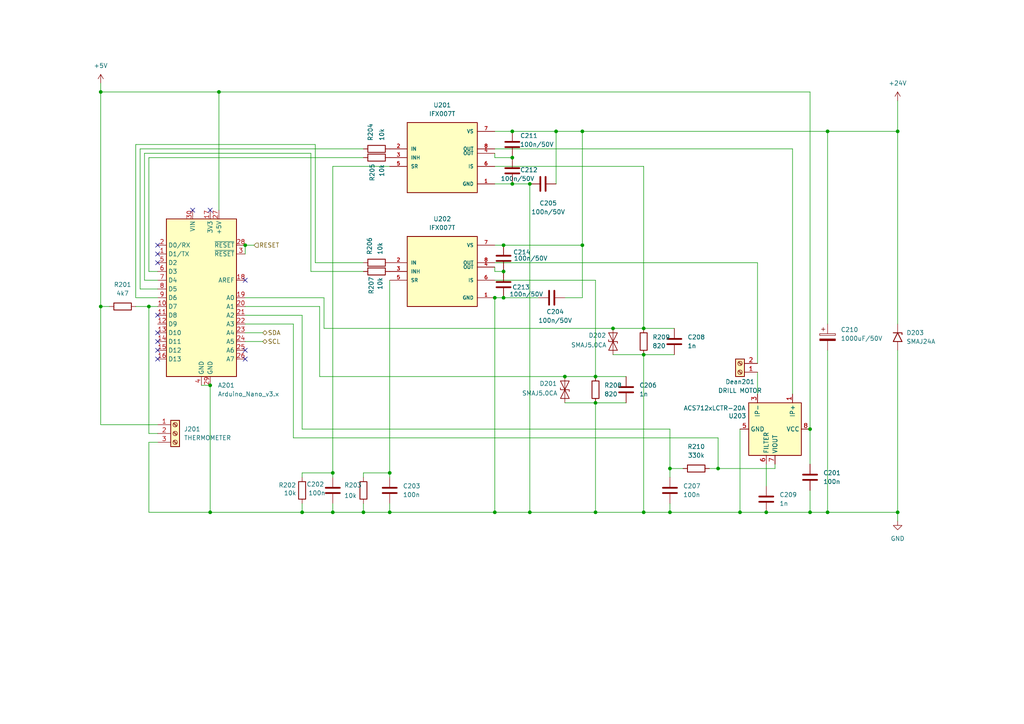
<source format=kicad_sch>
(kicad_sch (version 20250114) (generator "eeschema") (generator_version "9.0")
  (paper "A4")
  (lib_symbols
    (symbol "Connector:Screw_Terminal_01x02" (pin_names (offset 1.016) (hide yes))
      (property "Reference" "J" (at 0 2.54 0))
      (property "Value" "Screw_Terminal_01x02" (at 0 -5.08 0))
      (symbol "Screw_Terminal_01x02_1_1"
        (rectangle (start -1.27 1.27) (end 1.27 -3.81) (stroke (width 0.254)) (fill (type background)))
        (polyline (pts (xy -0.5334 0.3302) (xy 0.3302 -0.508)) (stroke (width 0.1524)))
        (polyline (pts (xy -0.5334 -2.2098) (xy 0.3302 -3.048)) (stroke (width 0.1524)))
        (polyline (pts (xy -0.3556 0.508) (xy 0.508 -0.3302)) (stroke (width 0.1524)))
        (polyline (pts (xy -0.3556 -2.032) (xy 0.508 -2.8702)) (stroke (width 0.1524)))
        (circle (center 0 0) (radius 0.635) (stroke (width 0.1524)))
        (circle (center 0 -2.54) (radius 0.635) (stroke (width 0.1524)))
        (pin passive line (at -5.08 0 0) (length 3.81) (name "Pin_1") (number "1"))
        (pin passive line (at -5.08 -2.54 0) (length 3.81) (name "Pin_2") (number "2"))
      )
    )
    (symbol "Connector:Screw_Terminal_01x03" (pin_names (offset 1.016) (hide yes))
      (property "Reference" "J" (at 0 5.08 0))
      (property "Value" "Screw_Terminal_01x03" (at 0 -5.08 0))
      (symbol "Screw_Terminal_01x03_1_1"
        (rectangle (start -1.27 3.81) (end 1.27 -3.81) (stroke (width 0.254)) (fill (type background)))
        (polyline (pts (xy -0.5334 2.8702) (xy 0.3302 2.032)) (stroke (width 0.1524)))
        (polyline (pts (xy -0.5334 0.3302) (xy 0.3302 -0.508)) (stroke (width 0.1524)))
        (polyline (pts (xy -0.5334 -2.2098) (xy 0.3302 -3.048)) (stroke (width 0.1524)))
        (polyline (pts (xy -0.3556 3.048) (xy 0.508 2.2098)) (stroke (width 0.1524)))
        (polyline (pts (xy -0.3556 0.508) (xy 0.508 -0.3302)) (stroke (width 0.1524)))
        (polyline (pts (xy -0.3556 -2.032) (xy 0.508 -2.8702)) (stroke (width 0.1524)))
        (circle (center 0 2.54) (radius 0.635) (stroke (width 0.1524)))
        (circle (center 0 0) (radius 0.635) (stroke (width 0.1524)))
        (circle (center 0 -2.54) (radius 0.635) (stroke (width 0.1524)))
        (pin passive line (at -5.08 2.54 0) (length 3.81) (name "Pin_1") (number "1"))
        (pin passive line (at -5.08 0 0) (length 3.81) (name "Pin_2") (number "2"))
        (pin passive line (at -5.08 -2.54 0) (length 3.81) (name "Pin_3") (number "3"))
      )
    )
    (symbol "Device:C" (pin_numbers (hide yes)) (pin_names (offset 0.254))
      (property "Reference" "C" (at 0.635 2.54 0))
      (property "Value" "C" (at 0.635 -2.54 0))
      (symbol "C_0_1"
        (polyline (pts (xy -2.032 0.762) (xy 2.032 0.762)) (stroke (width 0.508)))
        (polyline (pts (xy -2.032 -0.762) (xy 2.032 -0.762)) (stroke (width 0.508)))
      )
      (symbol "C_1_1"
        (pin passive line (at 0 3.81 270) (length 2.794) (name "~") (number "1"))
        (pin passive line (at 0 -3.81 90) (length 2.794) (name "~") (number "2"))
      )
    )
    (symbol "Device:C_Polarized" (pin_numbers (hide yes)) (pin_names (offset 0.254))
      (property "Reference" "C" (at 0.635 2.54 0))
      (property "Value" "C_Polarized" (at 0.635 -2.54 0))
      (symbol "C_Polarized_0_1"
        (rectangle (start -2.286 0.508) (end 2.286 1.016))
        (polyline (pts (xy -1.778 2.286) (xy -0.762 2.286)))
        (polyline (pts (xy -1.27 2.794) (xy -1.27 1.778)))
        (rectangle (start 2.286 -0.508) (end -2.286 -1.016) (fill (type outline)))
      )
      (symbol "C_Polarized_1_1"
        (pin passive line (at 0 3.81 270) (length 2.794) (name "~") (number "1"))
        (pin passive line (at 0 -3.81 90) (length 2.794) (name "~") (number "2"))
      )
    )
    (symbol "Device:R" (pin_numbers (hide yes)) (pin_names (offset 0))
      (property "Reference" "R" (at 2.032 0 90))
      (property "Value" "R" (at 0 0 90))
      (symbol "R_0_1"
        (rectangle (start -1.016 -2.54) (end 1.016 2.54) (stroke (width 0.254)))
      )
      (symbol "R_1_1"
        (pin passive line (at 0 3.81 270) (length 1.27) (name "~") (number "1"))
        (pin passive line (at 0 -3.81 90) (length 1.27) (name "~") (number "2"))
      )
    )
    (symbol "Diode:SMAJ24A" (pin_numbers (hide yes)) (pin_names (offset 1.016) (hide yes))
      (property "Reference" "D" (at 0 2.54 0))
      (property "Value" "SMAJ24A" (at 0 -2.54 0))
      (symbol "SMAJ24A_0_1"
        (polyline (pts (xy -0.762 1.27) (xy -1.27 1.27) (xy -1.27 -1.27)) (stroke (width 0.254)))
        (polyline (pts (xy 1.27 1.27) (xy 1.27 -1.27) (xy -1.27 0) (xy 1.27 1.27)) (stroke (width 0.254)))
      )
      (symbol "SMAJ24A_1_1"
        (pin passive line (at -3.81 0 0) (length 2.54) (name "A1") (number "1"))
        (pin passive line (at 3.81 0 180) (length 2.54) (name "A2") (number "2"))
      )
    )
    (symbol "Diode:SMAJ5.0CA" (pin_numbers (hide yes)) (pin_names (offset 1.016) (hide yes))
      (property "Reference" "D" (at 0 2.54 0))
      (property "Value" "SMAJ5.0CA" (at 0 -2.54 0))
      (symbol "SMAJ5.0CA_0_1"
        (polyline (pts (xy -2.54 -1.27) (xy 0 0) (xy -2.54 1.27) (xy -2.54 -1.27)) (stroke (width 0.2032)))
        (polyline (pts (xy 0.508 1.27) (xy 0 1.27) (xy 0 -1.27) (xy -0.508 -1.27)) (stroke (width 0.2032)))
        (polyline (pts (xy 1.27 0) (xy -1.27 0)))
        (polyline (pts (xy 2.54 1.27) (xy 2.54 -1.27) (xy 0 0) (xy 2.54 1.27)) (stroke (width 0.2032)))
      )
      (symbol "SMAJ5.0CA_1_1"
        (pin passive line (at -3.81 0 0) (length 2.54) (name "A1") (number "1"))
        (pin passive line (at 3.81 0 180) (length 2.54) (name "A2") (number "2"))
      )
    )
    (symbol "Sensor_Current:ACS712xLCTR-20A"
      (property "Reference" "U" (at 2.54 11.43 0))
      (property "Value" "ACS712xLCTR-20A" (at 2.54 8.89 0))
      (symbol "ACS712xLCTR-20A_0_1"
        (rectangle (start -7.62 7.62) (end 7.62 -7.62) (stroke (width 0.254)) (fill (type background)))
      )
      (symbol "ACS712xLCTR-20A_1_1"
        (pin passive line (at -10.16 5.08 0) (length 2.54) (name "IP+") (number "1"))
        (pin passive line (at -10.16 5.08 0) (length 2.54) (hide yes) (name "IP+") (number "2"))
        (pin passive line (at -10.16 -5.08 0) (length 2.54) (name "IP-") (number "3"))
        (pin passive line (at -10.16 -5.08 0) (length 2.54) (hide yes) (name "IP-") (number "4"))
        (pin power_in line (at 0 10.16 270) (length 2.54) (name "VCC") (number "8"))
        (pin power_in line (at 0 -10.16 90) (length 2.54) (name "GND") (number "5"))
        (pin output line (at 10.16 0 180) (length 2.54) (name "VIOUT") (number "7"))
        (pin passive line (at 10.16 -2.54 180) (length 2.54) (name "FILTER") (number "6"))
      )
    )
    (symbol "drill_IFX007T:IFX007T_uprava" (pin_names (offset 1.016))
      (property "Reference" "U" (at -10.16 10.922 0))
      (property "Value" "IFX007T_uprava" (at -10.16 -12.7 0))
      (symbol "IFX007T_uprava_0_0"
        (rectangle (start -10.16 -10.16) (end 10.16 10.16) (stroke (width 0.254)) (fill (type background)))
        (pin input line (at -15.24 2.54 0) (length 5.08) (name "IN") (number "2"))
        (pin input line (at -15.24 0 0) (length 5.08) (name "INH") (number "3"))
        (pin input line (at -15.24 -2.54 0) (length 5.08) (name "SR") (number "5"))
        (pin power_in line (at 15.24 7.62 180) (length 5.08) (name "VS") (number "7"))
        (pin output line (at 15.24 2.54 180) (length 5.08) (name "OUT") (number "8"))
        (pin output line (at 15.24 1.27 180) (length 5.08) (name "OUT") (number "4"))
        (pin output line (at 15.24 -2.54 180) (length 5.08) (name "IS") (number "6"))
        (pin power_in line (at 15.24 -7.62 180) (length 5.08) (name "GND") (number "1"))
      )
    )
    (symbol "drill_arduinoNanoEdit:arduinoNanoEdit"
      (property "Reference" "A1" (at 4.7341 -25.4 0))
      (property "Value" "arduinoNanoEdit" (at 4.7341 -27.94 0))
      (symbol "arduinoNanoEdit_0_1"
        (rectangle (start -10.16 22.86) (end 10.16 -22.86) (stroke (width 0.254)) (fill (type background)))
      )
      (symbol "arduinoNanoEdit_1_1"
        (pin bidirectional line (at -12.7 15.24 0) (length 2.54) (name "D0/RX") (number "2"))
        (pin bidirectional line (at -12.7 12.7 0) (length 2.54) (name "D1/TX") (number "1"))
        (pin bidirectional line (at -12.7 10.16 0) (length 2.54) (name "D2") (number "5"))
        (pin bidirectional line (at -12.7 7.62 0) (length 2.54) (name "D3") (number "6"))
        (pin bidirectional line (at -12.7 5.08 0) (length 2.54) (name "D4") (number "7"))
        (pin bidirectional line (at -12.7 2.54 0) (length 2.54) (name "D5") (number "8"))
        (pin bidirectional line (at -12.7 0 0) (length 2.54) (name "D6") (number "9"))
        (pin bidirectional line (at -12.7 -2.54 0) (length 2.54) (name "D7") (number "10"))
        (pin bidirectional line (at -12.7 -5.08 0) (length 2.54) (name "D8") (number "11"))
        (pin bidirectional line (at -12.7 -7.62 0) (length 2.54) (name "D9") (number "12"))
        (pin bidirectional line (at -12.7 -10.16 0) (length 2.54) (name "D10") (number "13"))
        (pin bidirectional line (at -12.7 -12.7 0) (length 2.54) (name "D11") (number "14"))
        (pin bidirectional line (at -12.7 -15.24 0) (length 2.54) (name "D12") (number "15"))
        (pin bidirectional line (at -12.7 -17.78 0) (length 2.54) (name "D13") (number "16"))
        (pin power_in line (at -2.54 25.4 270) (length 2.54) (name "VIN") (number "30"))
        (pin power_in line (at 0 -25.4 90) (length 2.54) (name "GND") (number "4"))
        (pin power_out line (at 2.54 25.4 270) (length 2.54) (name "3V3") (number "17"))
        (pin power_in line (at 2.54 -25.4 90) (length 2.54) (name "GND") (number "29"))
        (pin power_in line (at 5.08 25.4 270) (length 2.54) (name "+5V") (number "27"))
        (pin input line (at 12.7 15.24 180) (length 2.54) (name "~{RESET}") (number "28"))
        (pin input line (at 12.7 12.7 180) (length 2.54) (name "~{RESET}") (number "3"))
        (pin input line (at 12.7 5.08 180) (length 2.54) (name "AREF") (number "18"))
        (pin bidirectional line (at 12.7 0 180) (length 2.54) (name "A0") (number "19"))
        (pin bidirectional line (at 12.7 -2.54 180) (length 2.54) (name "A1") (number "20"))
        (pin bidirectional line (at 12.7 -5.08 180) (length 2.54) (name "A2") (number "21"))
        (pin bidirectional line (at 12.7 -7.62 180) (length 2.54) (name "A3") (number "22"))
        (pin bidirectional line (at 12.7 -10.16 180) (length 2.54) (name "A4") (number "23"))
        (pin bidirectional line (at 12.7 -12.7 180) (length 2.54) (name "A5") (number "24"))
        (pin bidirectional line (at 12.7 -15.24 180) (length 2.54) (name "A6") (number "25"))
        (pin bidirectional line (at 12.7 -17.78 180) (length 2.54) (name "A7") (number "26"))
      )
    )
    (symbol "power:+24V" (power) (pin_numbers (hide yes)) (pin_names (offset 0) (hide yes))
      (property "Value" "+24V" (at 0 3.556 0))
      (symbol "+24V_0_1"
        (polyline (pts (xy -0.762 1.27) (xy 0 2.54)))
        (polyline (pts (xy 0 2.54) (xy 0.762 1.27)))
        (polyline (pts (xy 0 0) (xy 0 2.54)))
      )
      (symbol "+24V_1_1"
        (pin power_in line (at 0 0 90) (length 0) (name "~") (number "1"))
      )
    )
    (symbol "power:+5V" (power) (pin_numbers (hide yes)) (pin_names (offset 0) (hide yes))
      (property "Value" "+5V" (at 0 3.556 0))
      (symbol "+5V_0_1"
        (polyline (pts (xy -0.762 1.27) (xy 0 2.54)))
        (polyline (pts (xy 0 2.54) (xy 0.762 1.27)))
        (polyline (pts (xy 0 0) (xy 0 2.54)))
      )
      (symbol "+5V_1_1"
        (pin power_in line (at 0 0 90) (length 0) (name "~") (number "1"))
      )
    )
    (symbol "power:GND" (power) (pin_numbers (hide yes)) (pin_names (offset 0) (hide yes))
      (property "Value" "GND" (at 0 -3.81 0))
      (symbol "GND_0_1"
        (polyline (pts (xy 0 0) (xy 0 -1.27) (xy 1.27 -1.27) (xy 0 -2.54) (xy -1.27 -1.27) (xy 0 -1.27)))
      )
      (symbol "GND_1_1"
        (pin power_in line (at 0 0 270) (length 0) (name "~") (number "1"))
      )
    )
  )
  (junction (at 194.31 148.59))
  (junction (at 146.05 71.12))
  (junction (at 214.63 148.59))
  (junction (at 113.03 137.16))
  (junction (at 172.72 148.59))
  (junction (at 148.59 45.72))
  (junction (at 172.72 116.84))
  (junction (at 105.41 148.59))
  (junction (at 234.95 124.46))
  (junction (at 260.35 38.1))
  (junction (at 148.59 38.1))
  (junction (at 60.96 148.59))
  (junction (at 96.52 148.59))
  (junction (at 29.21 26.67))
  (junction (at 177.8 95.25))
  (junction (at 113.03 148.59))
  (junction (at 143.51 148.59))
  (junction (at 161.29 38.1))
  (junction (at 194.31 135.89))
  (junction (at 172.72 109.22))
  (junction (at 222.25 148.59))
  (junction (at 87.63 148.59))
  (junction (at 168.91 71.12))
  (junction (at 96.52 137.16))
  (junction (at 234.95 148.59))
  (junction (at 186.69 148.59))
  (junction (at 143.51 86.36))
  (junction (at 208.28 135.89))
  (junction (at 43.18 88.9))
  (junction (at 240.03 148.59))
  (junction (at 71.12 71.12))
  (junction (at 63.5 26.67))
  (junction (at 186.69 102.87))
  (junction (at 240.03 38.1))
  (junction (at 153.67 53.34))
  (junction (at 186.69 95.25))
  (junction (at 29.21 88.9))
  (junction (at 260.35 148.59))
  (junction (at 60.96 111.76))
  (junction (at 146.05 86.36))
  (junction (at 153.67 148.59))
  (junction (at 148.59 53.34))
  (junction (at 163.83 109.22))
  (junction (at 146.05 78.74))
  (junction (at 168.91 38.1))
  (no_connect (at 45.72 73.66))
  (no_connect (at 45.72 71.12))
  (no_connect (at 71.12 101.6))
  (no_connect (at 45.72 99.06))
  (no_connect (at 45.72 91.44))
  (no_connect (at 45.72 96.52))
  (no_connect (at 71.12 104.14))
  (no_connect (at 60.96 60.96))
  (no_connect (at 45.72 76.2))
  (no_connect (at 55.88 60.96))
  (no_connect (at 71.12 81.28))
  (no_connect (at 45.72 104.14))
  (no_connect (at 45.72 101.6))
  (wire (pts (xy 208.28 127) (xy 208.28 135.89)))
  (wire (pts (xy 105.41 146.05) (xy 105.41 148.59)))
  (wire (pts (xy 39.37 41.91) (xy 91.44 41.91)))
  (wire (pts (xy 45.72 81.28) (xy 41.91 81.28)))
  (wire (pts (xy 194.31 148.59) (xy 214.63 148.59)))
  (wire (pts (xy 177.8 95.25) (xy 186.69 95.25)))
  (wire (pts (xy 43.18 148.59) (xy 60.96 148.59)))
  (wire (pts (xy 143.51 45.72) (xy 148.59 45.72)))
  (wire (pts (xy 63.5 26.67) (xy 29.21 26.67)))
  (wire (pts (xy 43.18 128.27) (xy 45.72 128.27)))
  (wire (pts (xy 85.09 127) (xy 208.28 127)))
  (wire (pts (xy 71.12 96.52) (xy 76.2 96.52)))
  (wire (pts (xy 105.41 137.16) (xy 105.41 138.43)))
  (wire (pts (xy 58.42 111.76) (xy 60.96 111.76)))
  (wire (pts (xy 29.21 123.19) (xy 45.72 123.19)))
  (wire (pts (xy 113.03 146.05) (xy 113.03 148.59)))
  (wire (pts (xy 186.69 48.26) (xy 186.69 95.25)))
  (wire (pts (xy 177.8 102.87) (xy 186.69 102.87)))
  (wire (pts (xy 87.63 148.59) (xy 96.52 148.59)))
  (wire (pts (xy 260.35 101.6) (xy 260.35 148.59)))
  (wire (pts (xy 240.03 38.1) (xy 240.03 93.98)))
  (wire (pts (xy 143.51 86.36) (xy 143.51 148.59)))
  (wire (pts (xy 260.35 148.59) (xy 240.03 148.59)))
  (wire (pts (xy 92.71 109.22) (xy 163.83 109.22)))
  (wire (pts (xy 168.91 86.36) (xy 163.83 86.36)))
  (wire (pts (xy 143.51 78.74) (xy 146.05 78.74)))
  (wire (pts (xy 85.09 93.98) (xy 85.09 127)))
  (wire (pts (xy 105.41 148.59) (xy 113.03 148.59)))
  (wire (pts (xy 194.31 135.89) (xy 198.12 135.89)))
  (wire (pts (xy 205.74 135.89) (xy 208.28 135.89)))
  (wire (pts (xy 153.67 148.59) (xy 172.72 148.59)))
  (wire (pts (xy 29.21 88.9) (xy 29.21 123.19)))
  (wire (pts (xy 60.96 111.76) (xy 60.96 148.59)))
  (wire (pts (xy 146.05 71.12) (xy 168.91 71.12)))
  (wire (pts (xy 143.51 43.18) (xy 229.87 43.18)))
  (wire (pts (xy 143.51 77.47) (xy 143.51 78.74)))
  (wire (pts (xy 194.31 138.43) (xy 194.31 135.89)))
  (wire (pts (xy 186.69 102.87) (xy 186.69 148.59)))
  (wire (pts (xy 143.51 81.28) (xy 172.72 81.28)))
  (wire (pts (xy 240.03 101.6) (xy 240.03 148.59)))
  (wire (pts (xy 93.98 95.25) (xy 177.8 95.25)))
  (wire (pts (xy 163.83 109.22) (xy 172.72 109.22)))
  (wire (pts (xy 153.67 53.34) (xy 153.67 148.59)))
  (wire (pts (xy 96.52 148.59) (xy 105.41 148.59)))
  (wire (pts (xy 39.37 86.36) (xy 39.37 41.91)))
  (wire (pts (xy 148.59 38.1) (xy 161.29 38.1)))
  (wire (pts (xy 29.21 24.13) (xy 29.21 26.67)))
  (wire (pts (xy 186.69 95.25) (xy 195.58 95.25)))
  (wire (pts (xy 87.63 124.46) (xy 194.31 124.46)))
  (wire (pts (xy 113.03 137.16) (xy 113.03 138.43)))
  (wire (pts (xy 92.71 88.9) (xy 71.12 88.9)))
  (wire (pts (xy 186.69 102.87) (xy 195.58 102.87)))
  (wire (pts (xy 45.72 88.9) (xy 43.18 88.9)))
  (wire (pts (xy 71.12 99.06) (xy 76.2 99.06)))
  (wire (pts (xy 60.96 148.59) (xy 87.63 148.59)))
  (wire (pts (xy 96.52 146.05) (xy 96.52 148.59)))
  (wire (pts (xy 143.51 44.45) (xy 143.51 45.72)))
  (wire (pts (xy 63.5 26.67) (xy 234.95 26.67)))
  (wire (pts (xy 87.63 91.44) (xy 87.63 124.46)))
  (wire (pts (xy 172.72 109.22) (xy 172.72 81.28)))
  (wire (pts (xy 229.87 43.18) (xy 229.87 114.3)))
  (wire (pts (xy 219.71 107.95) (xy 219.71 114.3)))
  (wire (pts (xy 45.72 86.36) (xy 39.37 86.36)))
  (wire (pts (xy 71.12 71.12) (xy 71.12 73.66)))
  (wire (pts (xy 91.44 76.2) (xy 105.41 76.2)))
  (wire (pts (xy 156.21 86.36) (xy 146.05 86.36)))
  (wire (pts (xy 143.51 148.59) (xy 153.67 148.59)))
  (wire (pts (xy 45.72 83.82) (xy 40.64 83.82)))
  (wire (pts (xy 222.25 148.59) (xy 234.95 148.59)))
  (wire (pts (xy 71.12 86.36) (xy 93.98 86.36)))
  (wire (pts (xy 90.17 44.45) (xy 90.17 78.74)))
  (wire (pts (xy 172.72 109.22) (xy 181.61 109.22)))
  (wire (pts (xy 143.51 53.34) (xy 148.59 53.34)))
  (wire (pts (xy 96.52 48.26) (xy 96.52 137.16)))
  (wire (pts (xy 92.71 109.22) (xy 92.71 88.9)))
  (wire (pts (xy 63.5 26.67) (xy 63.5 60.96)))
  (wire (pts (xy 214.63 148.59) (xy 222.25 148.59)))
  (wire (pts (xy 172.72 116.84) (xy 181.61 116.84)))
  (wire (pts (xy 172.72 148.59) (xy 186.69 148.59)))
  (wire (pts (xy 71.12 91.44) (xy 87.63 91.44)))
  (wire (pts (xy 40.64 83.82) (xy 40.64 43.18)))
  (wire (pts (xy 41.91 81.28) (xy 41.91 44.45)))
  (wire (pts (xy 71.12 71.12) (xy 73.66 71.12)))
  (wire (pts (xy 219.71 105.41) (xy 219.71 76.2)))
  (wire (pts (xy 39.37 88.9) (xy 43.18 88.9)))
  (wire (pts (xy 29.21 26.67) (xy 29.21 88.9)))
  (wire (pts (xy 43.18 125.73) (xy 45.72 125.73)))
  (wire (pts (xy 87.63 137.16) (xy 87.63 138.43)))
  (wire (pts (xy 172.72 116.84) (xy 172.72 148.59)))
  (wire (pts (xy 260.35 38.1) (xy 240.03 38.1)))
  (wire (pts (xy 113.03 148.59) (xy 143.51 148.59)))
  (wire (pts (xy 143.51 48.26) (xy 186.69 48.26)))
  (wire (pts (xy 260.35 29.21) (xy 260.35 38.1)))
  (wire (pts (xy 143.51 38.1) (xy 148.59 38.1)))
  (wire (pts (xy 194.31 124.46) (xy 194.31 135.89)))
  (wire (pts (xy 168.91 38.1) (xy 240.03 38.1)))
  (wire (pts (xy 194.31 146.05) (xy 194.31 148.59)))
  (wire (pts (xy 87.63 137.16) (xy 96.52 137.16)))
  (wire (pts (xy 96.52 137.16) (xy 96.52 138.43)))
  (wire (pts (xy 214.63 148.59) (xy 214.63 124.46)))
  (wire (pts (xy 113.03 81.28) (xy 113.03 137.16)))
  (wire (pts (xy 168.91 38.1) (xy 168.91 71.12)))
  (wire (pts (xy 163.83 116.84) (xy 172.72 116.84)))
  (wire (pts (xy 43.18 128.27) (xy 43.18 148.59)))
  (wire (pts (xy 222.25 134.62) (xy 222.25 140.97)))
  (wire (pts (xy 41.91 44.45) (xy 90.17 44.45)))
  (wire (pts (xy 260.35 38.1) (xy 260.35 93.98)))
  (wire (pts (xy 105.41 137.16) (xy 113.03 137.16)))
  (wire (pts (xy 29.21 88.9) (xy 31.75 88.9)))
  (wire (pts (xy 224.79 134.62) (xy 224.79 135.89)))
  (wire (pts (xy 45.72 78.74) (xy 43.18 78.74)))
  (wire (pts (xy 143.51 76.2) (xy 219.71 76.2)))
  (wire (pts (xy 93.98 86.36) (xy 93.98 95.25)))
  (wire (pts (xy 234.95 124.46) (xy 234.95 134.62)))
  (wire (pts (xy 43.18 45.72) (xy 105.41 45.72)))
  (wire (pts (xy 71.12 93.98) (xy 85.09 93.98)))
  (wire (pts (xy 87.63 146.05) (xy 87.63 148.59)))
  (wire (pts (xy 260.35 148.59) (xy 260.35 151.13)))
  (wire (pts (xy 148.59 53.34) (xy 153.67 53.34)))
  (wire (pts (xy 143.51 71.12) (xy 146.05 71.12)))
  (wire (pts (xy 43.18 78.74) (xy 43.18 45.72)))
  (wire (pts (xy 168.91 38.1) (xy 161.29 38.1)))
  (wire (pts (xy 96.52 48.26) (xy 113.03 48.26)))
  (wire (pts (xy 234.95 142.24) (xy 234.95 148.59)))
  (wire (pts (xy 146.05 86.36) (xy 143.51 86.36)))
  (wire (pts (xy 234.95 26.67) (xy 234.95 124.46)))
  (wire (pts (xy 43.18 88.9) (xy 43.18 125.73)))
  (wire (pts (xy 161.29 38.1) (xy 161.29 53.34)))
  (wire (pts (xy 91.44 41.91) (xy 91.44 76.2)))
  (wire (pts (xy 208.28 135.89) (xy 224.79 135.89)))
  (wire (pts (xy 234.95 148.59) (xy 240.03 148.59)))
  (wire (pts (xy 40.64 43.18) (xy 105.41 43.18)))
  (wire (pts (xy 168.91 71.12) (xy 168.91 86.36)))
  (wire (pts (xy 186.69 148.59) (xy 194.31 148.59)))
  (wire (pts (xy 90.17 78.74) (xy 105.41 78.74)))
  (hierarchical_label "RESET" (shape input) (at 73.66 71.12 0))
  (hierarchical_label "SCL" (shape bidirectional) (at 76.2 99.06 0))
  (hierarchical_label "SDA" (shape bidirectional) (at 76.2 96.52 0))
  (symbol (lib_id "Device:C") (at 148.59 49.53 180) (unit 1)
    (property "Reference" "C212" (at 153.416 49.276 0))
    (property "Value" "100n/50V" (at 150.114 51.816 0))
    (property "Footprint" "Capacitor_SMD:C_1206_3216Metric_Pad1.33x1.80mm_HandSolder" (effects (hide yes)))
    (property "Description" "Unpolarized capacitor" (effects (hide yes)))
  )
  (symbol (lib_id "Device:C") (at 157.48 53.34 90) (unit 1)
    (property "Reference" "C205" (at 159.004 58.928 90))
    (property "Value" "100n/50V" (at 159.004 61.468 90))
    (property "Footprint" "Capacitor_SMD:C_1206_3216Metric_Pad1.33x1.80mm_HandSolder" (effects (hide yes)))
    (property "Description" "Unpolarized capacitor" (effects (hide yes)))
  )
  (symbol (lib_id "power:+24V") (at 260.35 29.21 0) (unit 1)
    (property "Reference" "#PWR0202" (effects (hide yes)))
    (property "Value" "+24V" (at 260.35 24.13 0))
    (property "Description" "Power symbol creates a global label with name \"+24V\"" (effects (hide yes)))
  )
  (symbol (lib_id "Device:R") (at 35.56 88.9 90) (unit 1)
    (property "Reference" "R201" (at 35.56 82.55 90))
    (property "Value" "4k7" (at 35.56 85.09 90))
    (property "Footprint" "Resistor_SMD:R_1206_3216Metric_Pad1.30x1.75mm_HandSolder" (effects (hide yes)))
    (property "Description" "Resistor" (effects (hide yes)))
  )
  (symbol (lib_id "drill_IFX007T:IFX007T_uprava") (at 128.27 78.74 0) (unit 1)
    (property "Reference" "U202" (at 128.27 63.5 0))
    (property "Value" "IFX007T" (at 128.27 66.04 0))
    (property "Footprint" "drill_IFX007T:TO127P1500X440-8N_plusVias" (effects (hide yes)))
    (property "MF" "Infineon Technologies" (effects (hide yes)))
    (property "MAXIMUM_PACKAGE_HEIGHT" "4.4 mm" (effects (hide yes)))
    (property "Package" "TO-263-8 Infineon Technologies" (effects (hide yes)))
    (property "Price" "None" (effects (hide yes)))
    (property "Check_prices" "https://www.snapeda.com/parts/IFX007T/Infineon+Technologies/view-part/?ref=eda" (effects (hide yes)))
    (property "STANDARD" "IPC 7351B" (effects (hide yes)))
    (property "PARTREV" "1.0" (effects (hide yes)))
    (property "SnapEDA_Link" "https://www.snapeda.com/parts/IFX007T/Infineon+Technologies/view-part/?ref=snap" (effects (hide yes)))
    (property "MP" "IFX007T" (effects (hide yes)))
    (property "Description_1" "\n                        \n                            Half Bridge Driver DC Motors, General Purpose Power MOSFET PG-TO263-7-1\n                        \n" (effects (hide yes)))
    (property "MANUFACTURER" "Infineon Technologies" (effects (hide yes)))
    (property "Availability" "Not in stock" (effects (hide yes)))
    (property "SNAPEDA_PN" "IFX007T" (effects (hide yes)))
  )
  (symbol (lib_id "Device:R") (at 109.22 76.2 270) (unit 1)
    (property "Reference" "R206" (at 107.188 73.914 0) (effects (justify right)))
    (property "Value" "10k" (at 110.236 73.914 0) (effects (justify right)))
    (property "Footprint" "Resistor_SMD:R_1206_3216Metric_Pad1.30x1.75mm_HandSolder" (effects (hide yes)))
    (property "Description" "Resistor" (effects (hide yes)))
  )
  (symbol (lib_id "Device:R") (at 201.93 135.89 90) (unit 1)
    (property "Reference" "R210" (at 201.93 129.54 90))
    (property "Value" "330k" (at 201.93 132.08 90))
    (property "Footprint" "Resistor_SMD:R_1206_3216Metric_Pad1.30x1.75mm_HandSolder" (effects (hide yes)))
    (property "Description" "Resistor" (effects (hide yes)))
  )
  (symbol (lib_id "power:GND") (at 260.35 151.13 0) (unit 1)
    (property "Reference" "#PWR0203" (effects (hide yes)))
    (property "Value" "GND" (at 260.35 156.21 0))
    (property "Description" "Power symbol creates a global label with name \"GND\" , ground" (effects (hide yes)))
  )
  (symbol (lib_id "drill_IFX007T:IFX007T_uprava") (at 128.27 45.72 0) (unit 1)
    (property "Reference" "U201" (at 128.27 30.48 0))
    (property "Value" "IFX007T" (at 128.27 33.02 0))
    (property "Footprint" "drill_IFX007T:TO127P1500X440-8N_plusVias" (effects (hide yes)))
    (property "MF" "Infineon Technologies" (effects (hide yes)))
    (property "MAXIMUM_PACKAGE_HEIGHT" "4.4 mm" (effects (hide yes)))
    (property "Package" "TO-263-8 Infineon Technologies" (effects (hide yes)))
    (property "Price" "None" (effects (hide yes)))
    (property "Check_prices" "https://www.snapeda.com/parts/IFX007T/Infineon+Technologies/view-part/?ref=eda" (effects (hide yes)))
    (property "STANDARD" "IPC 7351B" (effects (hide yes)))
    (property "PARTREV" "1.0" (effects (hide yes)))
    (property "SnapEDA_Link" "https://www.snapeda.com/parts/IFX007T/Infineon+Technologies/view-part/?ref=snap" (effects (hide yes)))
    (property "MP" "IFX007T" (effects (hide yes)))
    (property "Description_1" "\n                        \n                            Half Bridge Driver DC Motors, General Purpose Power MOSFET PG-TO263-7-1\n                        \n" (effects (hide yes)))
    (property "MANUFACTURER" "Infineon Technologies" (effects (hide yes)))
    (property "Availability" "Not in stock" (effects (hide yes)))
    (property "SNAPEDA_PN" "IFX007T" (effects (hide yes)))
  )
  (symbol (lib_id "Device:C_Polarized") (at 240.03 97.79 0) (unit 1)
    (property "Reference" "C210" (at 243.84 95.6309 0) (effects (justify left)))
    (property "Value" "1000uF/50V" (at 243.84 98.1709 0) (effects (justify left)))
    (property "Footprint" "Capacitor_THT:CP_Radial_D12.5mm_P5.00mm" (effects (hide yes)))
    (property "Description" "Polarized capacitor" (effects (hide yes)))
  )
  (symbol (lib_id "Device:C") (at 181.61 113.03 0) (unit 1)
    (property "Reference" "C206" (at 185.42 111.7599 0) (effects (justify left)))
    (property "Value" "1n" (at 185.42 114.2999 0) (effects (justify left)))
    (property "Footprint" "Capacitor_SMD:C_1206_3216Metric_Pad1.33x1.80mm_HandSolder" (effects (hide yes)))
    (property "Description" "Unpolarized capacitor" (effects (hide yes)))
  )
  (symbol (lib_id "Device:R") (at 109.22 45.72 270) (unit 1)
    (property "Reference" "R205" (at 107.95 52.578 0) (effects (justify right)))
    (property "Value" "10k" (at 110.744 51.308 0) (effects (justify right)))
    (property "Footprint" "Resistor_SMD:R_1206_3216Metric_Pad1.30x1.75mm_HandSolder" (effects (hide yes)))
    (property "Description" "Resistor" (effects (hide yes)))
  )
  (symbol (lib_id "Device:R") (at 186.69 99.06 180) (unit 1)
    (property "Reference" "R209" (at 189.23 97.7899 0) (effects (justify right)))
    (property "Value" "820" (at 189.23 100.3299 0) (effects (justify right)))
    (property "Footprint" "Resistor_SMD:R_1206_3216Metric_Pad1.30x1.75mm_HandSolder" (effects (hide yes)))
    (property "Description" "Resistor" (effects (hide yes)))
  )
  (symbol (lib_id "Device:R") (at 172.72 113.03 180) (unit 1)
    (property "Reference" "R208" (at 175.26 111.7599 0) (effects (justify right)))
    (property "Value" "820" (at 175.26 114.2999 0) (effects (justify right)))
    (property "Footprint" "Resistor_SMD:R_1206_3216Metric_Pad1.30x1.75mm_HandSolder" (effects (hide yes)))
    (property "Description" "Resistor" (effects (hide yes)))
  )
  (symbol (lib_id "Device:R") (at 109.22 78.74 270) (unit 1)
    (property "Reference" "R207" (at 107.696 85.344 0) (effects (justify right)))
    (property "Value" "10k" (at 110.236 84.074 0) (effects (justify right)))
    (property "Footprint" "Resistor_SMD:R_1206_3216Metric_Pad1.30x1.75mm_HandSolder" (effects (hide yes)))
    (property "Description" "Resistor" (effects (hide yes)))
  )
  (symbol (lib_id "Diode:SMAJ24A") (at 260.35 97.79 270) (unit 1)
    (property "Reference" "D203" (at 262.89 96.5199 90) (effects (justify left)))
    (property "Value" "SMAJ24A" (at 262.89 99.0599 90) (effects (justify left)))
    (property "Footprint" "Diode_SMD:D_SMA" (effects (hide yes)))
    (property "Datasheet" "https://www.littelfuse.com/media?resourcetype=datasheets&itemid=75e32973-b177-4ee3-a0ff-cedaf1abdb93&filename=smaj-datasheet" (effects (hide yes)))
    (property "Description" "400W unidirectional Transient Voltage Suppressor, 24.0Vr, SMA(DO-214AC)" (effects (hide yes)))
  )
  (symbol (lib_id "drill_arduinoNanoEdit:arduinoNanoEdit") (at 58.42 86.36 0) (unit 1)
    (property "Reference" "A201" (at 63.1541 111.76 0) (effects (justify left)))
    (property "Value" "Arduino_Nano_v3.x" (at 63.1541 114.3 0) (effects (justify left)))
    (property "Footprint" "Module:Arduino_Nano" (effects (hide yes)))
    (property "Datasheet" "http://www.mouser.com/pdfdocs/Gravitech_Arduino_Nano3_0.pdf" (effects (hide yes)))
    (property "Description" "Arduino Nano v3.x" (effects (hide yes)))
  )
  (symbol (lib_id "Device:C") (at 222.25 144.78 0) (unit 1)
    (property "Reference" "C209" (at 226.06 143.5099 0) (effects (justify left)))
    (property "Value" "1n" (at 226.06 146.0499 0) (effects (justify left)))
    (property "Footprint" "Capacitor_SMD:C_1206_3216Metric_Pad1.33x1.80mm_HandSolder" (effects (hide yes)))
    (property "Description" "Unpolarized capacitor" (effects (hide yes)))
  )
  (symbol (lib_id "Device:R") (at 105.41 142.24 180) (unit 1)
    (property "Reference" "R203" (at 99.822 140.716 0) (effects (justify right)))
    (property "Value" "10k" (at 99.822 143.764 0) (effects (justify right)))
    (property "Footprint" "Resistor_SMD:R_1206_3216Metric_Pad1.30x1.75mm_HandSolder" (effects (hide yes)))
    (property "Description" "Resistor" (effects (hide yes)))
  )
  (symbol (lib_id "Device:C") (at 96.52 142.24 0) (unit 1)
    (property "Reference" "C202" (at 88.9 140.462 0) (effects (justify left)))
    (property "Value" "100n" (at 89.408 143.002 0) (effects (justify left)))
    (property "Footprint" "Capacitor_SMD:C_1206_3216Metric_Pad1.33x1.80mm_HandSolder" (effects (hide yes)))
    (property "Description" "Unpolarized capacitor" (effects (hide yes)))
  )
  (symbol (lib_id "Diode:SMAJ5.0CA") (at 177.8 99.06 90) (unit 1)
    (property "Reference" "D202" (at 170.688 97.282 90) (effects (justify right)))
    (property "Value" "SMAJ5.0CA" (at 165.608 100.076 90) (effects (justify right)))
    (property "Footprint" "Diode_SMD:D_SMA" (effects (hide yes)))
    (property "Datasheet" "https://www.littelfuse.com/media?resourcetype=datasheets&itemid=75e32973-b177-4ee3-a0ff-cedaf1abdb93&filename=smaj-datasheet" (effects (hide yes)))
    (property "Description" "400W bidirectional Transient Voltage Suppressor, 5.0Vr, SMA(DO-214AC)" (effects (hide yes)))
  )
  (symbol (lib_id "Device:C") (at 146.05 74.93 180) (unit 1)
    (property "Reference" "C214" (at 151.384 73.152 0))
    (property "Value" "100n/50V" (at 153.924 74.93 0))
    (property "Footprint" "Capacitor_SMD:C_1206_3216Metric_Pad1.33x1.80mm_HandSolder" (effects (hide yes)))
    (property "Description" "Unpolarized capacitor" (effects (hide yes)))
  )
  (symbol (lib_id "Diode:SMAJ5.0CA") (at 163.83 113.03 90) (unit 1)
    (property "Reference" "D201" (at 156.464 111.252 90) (effects (justify right)))
    (property "Value" "SMAJ5.0CA" (at 151.384 114.046 90) (effects (justify right)))
    (property "Footprint" "Diode_SMD:D_SMA" (effects (hide yes)))
    (property "Datasheet" "https://www.littelfuse.com/media?resourcetype=datasheets&itemid=75e32973-b177-4ee3-a0ff-cedaf1abdb93&filename=smaj-datasheet" (effects (hide yes)))
    (property "Description" "400W bidirectional Transient Voltage Suppressor, 5.0Vr, SMA(DO-214AC)" (effects (hide yes)))
  )
  (symbol (lib_id "Device:C") (at 195.58 99.06 0) (unit 1)
    (property "Reference" "C208" (at 199.39 97.7899 0) (effects (justify left)))
    (property "Value" "1n" (at 199.39 100.3299 0) (effects (justify left)))
    (property "Footprint" "Capacitor_SMD:C_1206_3216Metric_Pad1.33x1.80mm_HandSolder" (effects (hide yes)))
    (property "Description" "Unpolarized capacitor" (effects (hide yes)))
  )
  (symbol (lib_id "Device:R") (at 109.22 43.18 270) (unit 1)
    (property "Reference" "R204" (at 107.442 40.894 0) (effects (justify right)))
    (property "Value" "10k" (at 110.744 40.894 0) (effects (justify right)))
    (property "Footprint" "Resistor_SMD:R_1206_3216Metric_Pad1.30x1.75mm_HandSolder" (effects (hide yes)))
    (property "Description" "Resistor" (effects (hide yes)))
  )
  (symbol (lib_id "Device:C") (at 194.31 142.24 0) (unit 1)
    (property "Reference" "C207" (at 198.12 140.9699 0) (effects (justify left)))
    (property "Value" "100n" (at 198.12 143.5099 0) (effects (justify left)))
    (property "Footprint" "Capacitor_SMD:C_1206_3216Metric_Pad1.33x1.80mm_HandSolder" (effects (hide yes)))
    (property "Description" "Unpolarized capacitor" (effects (hide yes)))
  )
  (symbol (lib_id "power:+5V") (at 29.21 24.13 0) (unit 1)
    (property "Reference" "#PWR0201" (effects (hide yes)))
    (property "Value" "+5V" (at 29.21 19.05 0))
    (property "Description" "Power symbol creates a global label with name \"+5V\"" (effects (hide yes)))
  )
  (symbol (lib_id "Device:C") (at 148.59 41.91 180) (unit 1)
    (property "Reference" "C211" (at 153.416 39.37 0))
    (property "Value" "100n/50V" (at 155.702 41.91 0))
    (property "Footprint" "Capacitor_SMD:C_1206_3216Metric_Pad1.33x1.80mm_HandSolder" (effects (hide yes)))
    (property "Description" "Unpolarized capacitor" (effects (hide yes)))
  )
  (symbol (lib_id "Device:C") (at 234.95 138.43 0) (unit 1)
    (property "Reference" "C201" (at 238.76 137.1599 0) (effects (justify left)))
    (property "Value" "100n" (at 238.76 139.6999 0) (effects (justify left)))
    (property "Footprint" "Capacitor_SMD:C_1206_3216Metric_Pad1.33x1.80mm_HandSolder" (effects (hide yes)))
    (property "Description" "Unpolarized capacitor" (effects (hide yes)))
  )
  (symbol (lib_id "Device:C") (at 113.03 142.24 0) (unit 1)
    (property "Reference" "C203" (at 116.84 140.9699 0) (effects (justify left)))
    (property "Value" "100n" (at 116.84 143.5099 0) (effects (justify left)))
    (property "Footprint" "Capacitor_SMD:C_1206_3216Metric_Pad1.33x1.80mm_HandSolder" (effects (hide yes)))
    (property "Description" "Unpolarized capacitor" (effects (hide yes)))
  )
  (symbol (lib_id "Device:C") (at 146.05 82.55 180) (unit 1)
    (property "Reference" "C213" (at 151.13 83.312 0))
    (property "Value" "100n/50V" (at 152.654 85.344 0))
    (property "Footprint" "Capacitor_SMD:C_1206_3216Metric_Pad1.33x1.80mm_HandSolder" (effects (hide yes)))
    (property "Description" "Unpolarized capacitor" (effects (hide yes)))
  )
  (symbol (lib_id "Device:C") (at 160.02 86.36 90) (unit 1)
    (property "Reference" "C204" (at 161.036 90.424 90))
    (property "Value" "100n/50V" (at 161.036 92.964 90))
    (property "Footprint" "Capacitor_SMD:C_1206_3216Metric_Pad1.33x1.80mm_HandSolder" (effects (hide yes)))
    (property "Description" "Unpolarized capacitor" (effects (hide yes)))
  )
  (symbol (lib_id "Connector:Screw_Terminal_01x03") (at 50.8 125.73 0) (unit 1)
    (property "Reference" "J201" (at 53.34 124.4599 0) (effects (justify left)))
    (property "Value" "THERMOMETER" (at 53.34 126.9999 0) (effects (justify left)))
    (property "Footprint" "Connector_JST:JST_XH_B3B-XH-A_1x03_P2.50mm_Vertical" (effects (hide yes)))
    (property "Description" "Generic screw terminal, single row, 01x03, script generated (kicad-library-utils/schlib/autogen/connector/)" (effects (hide yes)))
  )
  (symbol (lib_id "Sensor_Current:ACS712xLCTR-20A") (at 224.79 124.46 270) (unit 1)
    (property "Reference" "U203" (at 213.868 120.65 90))
    (property "Value" "ACS712xLCTR-20A" (at 207.264 118.364 90))
    (property "Footprint" "Package_SO:SOIC-8_3.9x4.9mm_P1.27mm" (effects (hide yes)))
    (property "Datasheet" "http://www.allegromicro.com/~/media/Files/Datasheets/ACS712-Datasheet.ashx?la=en" (effects (hide yes)))
    (property "Description" "±20A Bidirectional Hall-Effect Current Sensor, +5.0V supply, 100mV/A, SOIC-8" (effects (hide yes)))
  )
  (symbol (lib_id "Connector:Screw_Terminal_01x02") (at 214.63 107.95 180) (unit 1)
    (property "Reference" "Dean201" (at 214.63 110.744 0))
    (property "Value" "DRILL MOTOR" (at 214.63 113.284 0))
    (property "Footprint" "drill_T-DEAN:DEANS" (effects (hide yes)))
    (property "Description" "Generic screw terminal, single row, 01x02, script generated (kicad-library-utils/schlib/autogen/connector/)" (effects (hide yes)))
  )
  (symbol (lib_id "Device:R") (at 87.63 142.24 180) (unit 1)
    (property "Reference" "R202" (at 80.772 140.716 0) (effects (justify right)))
    (property "Value" "10k" (at 82.296 143.002 0) (effects (justify right)))
    (property "Footprint" "Resistor_SMD:R_1206_3216Metric_Pad1.30x1.75mm_HandSolder" (effects (hide yes)))
    (property "Description" "Resistor" (effects (hide yes)))
  )
)
</source>
